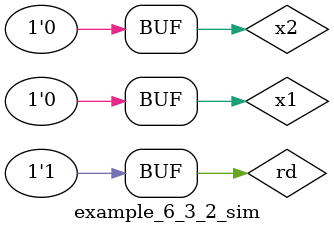
<source format=v>

`timescale 1ns / 1ps	

module example_6_3_2_sim();

    reg x1, x2;
    wire z;
    reg rd;
    reg y2, y1;
    wire ny2, ny1;
                               
    example_6_3_2 U(.x1(x1), .x2(x2), .y2(y2), .y1(y1), .rd(rd), .ny2(ny2), .ny1(ny1), .z(z));

    initial begin
         #0
         y2=0;
         y1=0;
         x1=0;
         x2=0;
         rd=0;

         #5000
         rd=1;

         #15000
         x1=1;
         x2=0;

         #20000
         x1=0;
         x2=0;

         #20000 
         x1=0;
         x2=1;

         #20000 
         x1=0;
         x2=0;

         #20000 
         x1=1;
         x2=0;

         #20000 
         x1=0;
         x2=0;

         #20000 
         x1=0;
         x2=1;

         #20000 
         x1=0;
         x2=0;

         #20000 
         x1=0;
         x2=1;

         #20000 
         x1=0;
         x2=0;

         #20000 
         x1=0;
         x2=1;

         #20000 
         x1=0;
         x2=0;

         #20000 
         x1=1;
         x2=0;

         #20000 
         x1=0;
         x2=0;
    end

    always #1 begin y2 <= ny2; y1 <= ny1; end
    
endmodule
</source>
